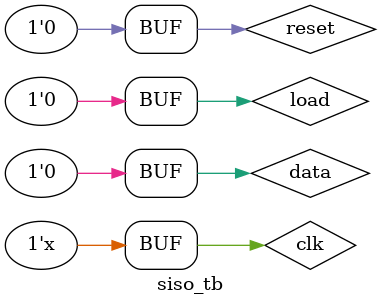
<source format=v>


module siso(clk,data,out,reset,load);

	input clk,reset,load;
	input data;
	reg [3:0] tmp;
	output reg out;

	always @(posedge clk)
		begin
		if (reset)
		begin
			tmp <= 0;
		end
		else if (load)
		begin
			
			tmp <= {tmp[2:0],data}; // left shifting bit by one
		end
		else
		begin
			out <= tmp[3];
			tmp <= tmp << 1;
		end
	end

endmodule

module siso_tb();

	reg clk,reset,load;
	reg data;
	wire out;

	siso s1(clk,data,out,reset,load);
	
	initial
	begin
		clk = 0;
		reset = 0;
		#5 reset = 1;
		#20 reset = 0;
		load = 0;
		#20 load = 1;
		#50 load = 0;
	end

	always #5 clk = ~clk; // clock of time period 10 time units

	initial
	begin
		#20 data = 1;
		#20 data = 0;
		#20 data = 1;
		#20 data = 0;
		
	
	end
endmodule



</source>
